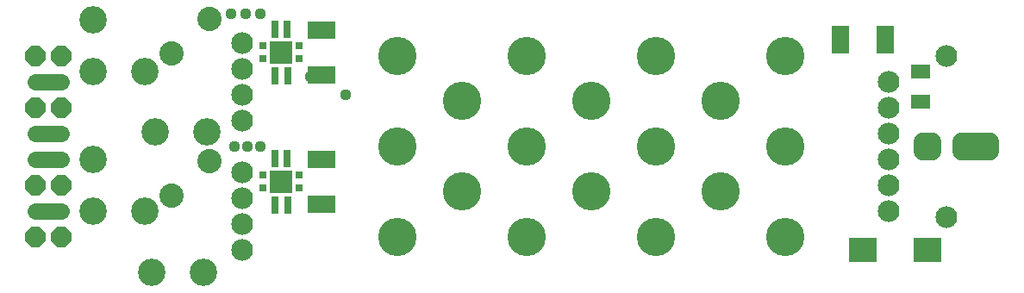
<source format=gbr>
G04 EAGLE Gerber RS-274X export*
G75*
%MOMM*%
%FSLAX34Y34*%
%LPD*%
%INSoldermask Top*%
%IPPOS*%
%AMOC8*
5,1,8,0,0,1.08239X$1,22.5*%
G01*
%ADD10C,3.759200*%
%ADD11C,2.133600*%
%ADD12C,1.728216*%
%ADD13R,1.790600X2.743200*%
%ADD14R,1.905000X1.346200*%
%ADD15C,2.692400*%
%ADD16C,2.387600*%
%ADD17R,2.743200X1.790600*%
%ADD18R,2.205000X2.205000*%
%ADD19R,0.703200X1.703200*%
%ADD20R,0.700000X0.700000*%
%ADD21R,2.743200X2.489200*%
%ADD22P,2.144431X8X112.500000*%
%ADD23C,1.611200*%
%ADD24C,1.109600*%


D10*
X647700Y127000D03*
X266700Y127000D03*
X393700Y127000D03*
X520700Y127000D03*
X647700Y38100D03*
X266700Y38100D03*
X393700Y38100D03*
X520700Y38100D03*
X266700Y215900D03*
X393700Y215900D03*
X520700Y215900D03*
X584200Y171450D03*
X330200Y171450D03*
X457200Y171450D03*
X584200Y82550D03*
X330200Y82550D03*
X457200Y82550D03*
X647700Y215900D03*
D11*
X114300Y101600D03*
X114300Y152400D03*
X114300Y76200D03*
X114300Y50800D03*
X114300Y25400D03*
X114300Y177800D03*
X114300Y203200D03*
X114300Y228600D03*
X749300Y114300D03*
X749300Y139700D03*
X749300Y88900D03*
X749300Y63500D03*
X749300Y165100D03*
X749300Y190500D03*
D12*
X820425Y121925D02*
X849625Y121925D01*
X820425Y121925D02*
X820425Y132075D01*
X849625Y132075D01*
X849625Y121925D01*
X792475Y132075D02*
X782325Y132075D01*
X792475Y132075D02*
X792475Y121925D01*
X782325Y121925D01*
X782325Y132075D01*
D13*
X746125Y231775D03*
X701675Y231775D03*
D14*
X781050Y171005D03*
X781050Y200469D03*
D11*
X806450Y57150D03*
X806450Y215900D03*
D15*
X-31750Y114300D03*
X-31750Y63500D03*
X19050Y63500D03*
D16*
X45242Y78224D03*
X81758Y112276D03*
D17*
X192088Y69850D03*
X192088Y114300D03*
D15*
X-31750Y250825D03*
X-31750Y200025D03*
X19050Y200025D03*
D16*
X45242Y217924D03*
X81758Y251976D03*
D17*
X192088Y196850D03*
X192088Y241300D03*
D15*
X28575Y141288D03*
X79375Y141288D03*
X25400Y3175D03*
X76200Y3175D03*
D18*
X152400Y219075D03*
D19*
X146150Y196575D03*
X159275Y196575D03*
X146150Y241575D03*
X158650Y241575D03*
D20*
X134938Y212725D03*
X134938Y225425D03*
X169863Y212725D03*
X169863Y225425D03*
D18*
X152400Y92075D03*
D19*
X146150Y69575D03*
X159275Y69575D03*
X146150Y114575D03*
X158650Y114575D03*
D20*
X134938Y85725D03*
X134938Y98425D03*
X169863Y85725D03*
X169863Y98425D03*
D21*
X723900Y25400D03*
X787400Y25400D03*
D22*
X-88900Y38100D03*
X-63500Y38100D03*
D23*
X-74820Y63500D02*
X-88900Y63500D01*
X-77580Y63500D02*
X-63500Y63500D01*
D22*
X-88900Y88900D03*
X-63500Y88900D03*
D23*
X-74820Y114300D02*
X-88900Y114300D01*
X-77580Y114300D02*
X-63500Y114300D01*
X-74820Y139700D02*
X-88900Y139700D01*
X-77580Y139700D02*
X-63500Y139700D01*
D22*
X-88900Y165100D03*
X-63500Y165100D03*
D23*
X-74820Y190500D02*
X-88900Y190500D01*
X-77580Y190500D02*
X-63500Y190500D01*
D22*
X-88900Y215900D03*
X-63500Y215900D03*
D24*
X215900Y177800D03*
X180975Y195263D03*
X131763Y127000D03*
X119063Y127000D03*
X106363Y127000D03*
X195263Y195263D03*
X196850Y69850D03*
X184150Y69850D03*
X103188Y257175D03*
X117475Y257175D03*
X131763Y257175D03*
M02*

</source>
